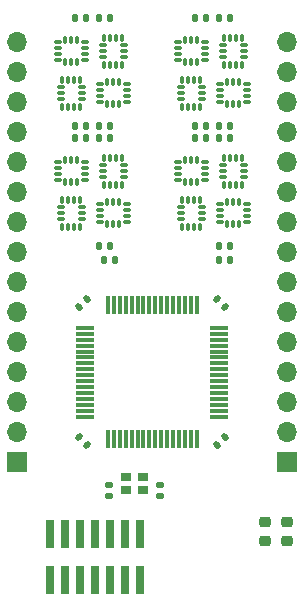
<source format=gbr>
%TF.GenerationSoftware,KiCad,Pcbnew,8.0.3-8.0.3-0~ubuntu22.04.1*%
%TF.CreationDate,2024-07-27T12:22:20+09:00*%
%TF.ProjectId,IMUModule_STM32,494d554d-6f64-4756-9c65-5f53544d3332,rev?*%
%TF.SameCoordinates,Original*%
%TF.FileFunction,Soldermask,Top*%
%TF.FilePolarity,Negative*%
%FSLAX46Y46*%
G04 Gerber Fmt 4.6, Leading zero omitted, Abs format (unit mm)*
G04 Created by KiCad (PCBNEW 8.0.3-8.0.3-0~ubuntu22.04.1) date 2024-07-27 12:22:20*
%MOMM*%
%LPD*%
G01*
G04 APERTURE LIST*
G04 Aperture macros list*
%AMRoundRect*
0 Rectangle with rounded corners*
0 $1 Rounding radius*
0 $2 $3 $4 $5 $6 $7 $8 $9 X,Y pos of 4 corners*
0 Add a 4 corners polygon primitive as box body*
4,1,4,$2,$3,$4,$5,$6,$7,$8,$9,$2,$3,0*
0 Add four circle primitives for the rounded corners*
1,1,$1+$1,$2,$3*
1,1,$1+$1,$4,$5*
1,1,$1+$1,$6,$7*
1,1,$1+$1,$8,$9*
0 Add four rect primitives between the rounded corners*
20,1,$1+$1,$2,$3,$4,$5,0*
20,1,$1+$1,$4,$5,$6,$7,0*
20,1,$1+$1,$6,$7,$8,$9,0*
20,1,$1+$1,$8,$9,$2,$3,0*%
G04 Aperture macros list end*
%ADD10RoundRect,0.087500X-0.225000X-0.087500X0.225000X-0.087500X0.225000X0.087500X-0.225000X0.087500X0*%
%ADD11RoundRect,0.087500X-0.087500X-0.225000X0.087500X-0.225000X0.087500X0.225000X-0.087500X0.225000X0*%
%ADD12RoundRect,0.140000X-0.140000X-0.170000X0.140000X-0.170000X0.140000X0.170000X-0.140000X0.170000X0*%
%ADD13RoundRect,0.140000X0.140000X0.170000X-0.140000X0.170000X-0.140000X-0.170000X0.140000X-0.170000X0*%
%ADD14R,0.900000X0.800000*%
%ADD15RoundRect,0.140000X-0.170000X0.140000X-0.170000X-0.140000X0.170000X-0.140000X0.170000X0.140000X0*%
%ADD16RoundRect,0.218750X0.256250X-0.218750X0.256250X0.218750X-0.256250X0.218750X-0.256250X-0.218750X0*%
%ADD17R,0.740000X2.400000*%
%ADD18RoundRect,0.087500X-0.087500X0.225000X-0.087500X-0.225000X0.087500X-0.225000X0.087500X0.225000X0*%
%ADD19RoundRect,0.087500X-0.225000X0.087500X-0.225000X-0.087500X0.225000X-0.087500X0.225000X0.087500X0*%
%ADD20RoundRect,0.075000X0.075000X-0.700000X0.075000X0.700000X-0.075000X0.700000X-0.075000X-0.700000X0*%
%ADD21RoundRect,0.075000X0.700000X-0.075000X0.700000X0.075000X-0.700000X0.075000X-0.700000X-0.075000X0*%
%ADD22RoundRect,0.087500X0.087500X-0.225000X0.087500X0.225000X-0.087500X0.225000X-0.087500X-0.225000X0*%
%ADD23RoundRect,0.087500X0.225000X-0.087500X0.225000X0.087500X-0.225000X0.087500X-0.225000X-0.087500X0*%
%ADD24RoundRect,0.087500X0.225000X0.087500X-0.225000X0.087500X-0.225000X-0.087500X0.225000X-0.087500X0*%
%ADD25RoundRect,0.087500X0.087500X0.225000X-0.087500X0.225000X-0.087500X-0.225000X0.087500X-0.225000X0*%
%ADD26RoundRect,0.140000X0.170000X-0.140000X0.170000X0.140000X-0.170000X0.140000X-0.170000X-0.140000X0*%
%ADD27RoundRect,0.140000X-0.219203X-0.021213X-0.021213X-0.219203X0.219203X0.021213X0.021213X0.219203X0*%
%ADD28RoundRect,0.140000X0.021213X-0.219203X0.219203X-0.021213X-0.021213X0.219203X-0.219203X0.021213X0*%
%ADD29R,1.700000X1.700000*%
%ADD30O,1.700000X1.700000*%
G04 APERTURE END LIST*
D10*
%TO.C,U5*%
X14839500Y-13982000D03*
X14839500Y-14482000D03*
X14839500Y-14982000D03*
X14839500Y-15482000D03*
D11*
X15502000Y-15644500D03*
X16002000Y-15644500D03*
X16502000Y-15644500D03*
D10*
X17164500Y-15482000D03*
X17164500Y-14982000D03*
X17164500Y-14482000D03*
X17164500Y-13982000D03*
D11*
X16502000Y-13819500D03*
X16002000Y-13819500D03*
X15502000Y-13819500D03*
%TD*%
D12*
%TO.C,C24*%
X6124000Y-11938000D03*
X7084000Y-11938000D03*
%TD*%
D13*
%TO.C,C26*%
X9116000Y-11938000D03*
X8156000Y-11938000D03*
%TD*%
D14*
%TO.C,Y1*%
X10476000Y-41698000D03*
X11876000Y-41698000D03*
X11876000Y-40598000D03*
X10476000Y-40598000D03*
%TD*%
D10*
%TO.C,U13*%
X4679500Y-3822000D03*
X4679500Y-4322000D03*
X4679500Y-4822000D03*
X4679500Y-5322000D03*
D11*
X5342000Y-5484500D03*
X5842000Y-5484500D03*
X6342000Y-5484500D03*
D10*
X7004500Y-5322000D03*
X7004500Y-4822000D03*
X7004500Y-4322000D03*
X7004500Y-3822000D03*
D11*
X6342000Y-3659500D03*
X5842000Y-3659500D03*
X5342000Y-3659500D03*
%TD*%
D10*
%TO.C,U1*%
X14839500Y-3822000D03*
X14839500Y-4322000D03*
X14839500Y-4822000D03*
X14839500Y-5322000D03*
D11*
X15502000Y-5484500D03*
X16002000Y-5484500D03*
X16502000Y-5484500D03*
D10*
X17164500Y-5322000D03*
X17164500Y-4822000D03*
X17164500Y-4322000D03*
X17164500Y-3822000D03*
D11*
X16502000Y-3659500D03*
X16002000Y-3659500D03*
X15502000Y-3659500D03*
%TD*%
D12*
%TO.C,C29*%
X6124000Y-10922000D03*
X7084000Y-10922000D03*
%TD*%
D15*
%TO.C,C1*%
X9017000Y-41303000D03*
X9017000Y-42263000D03*
%TD*%
D16*
%TO.C,D3*%
X22225000Y-45999500D03*
X22225000Y-44424500D03*
%TD*%
D13*
%TO.C,C31*%
X9116000Y-10922000D03*
X8156000Y-10922000D03*
%TD*%
D17*
%TO.C,J1*%
X4064000Y-49366000D03*
X4064000Y-45466000D03*
X5334000Y-49366000D03*
X5334000Y-45466000D03*
X6604000Y-49366000D03*
X6604000Y-45466000D03*
X7874000Y-49366000D03*
X7874000Y-45466000D03*
X9144000Y-49366000D03*
X9144000Y-45466000D03*
X10414000Y-49366000D03*
X10414000Y-45466000D03*
X11684000Y-49366000D03*
X11684000Y-45466000D03*
%TD*%
D13*
%TO.C,C21*%
X19276000Y-22225000D03*
X18316000Y-22225000D03*
%TD*%
D18*
%TO.C,U2*%
X20308000Y-3409500D03*
X19808000Y-3409500D03*
X19308000Y-3409500D03*
X18808000Y-3409500D03*
D19*
X18645500Y-4072000D03*
X18645500Y-4572000D03*
X18645500Y-5072000D03*
D18*
X18808000Y-5734500D03*
X19308000Y-5734500D03*
X19808000Y-5734500D03*
X20308000Y-5734500D03*
D19*
X20470500Y-5072000D03*
X20470500Y-4572000D03*
X20470500Y-4072000D03*
%TD*%
D12*
%TO.C,C28*%
X6124000Y-1778000D03*
X7084000Y-1778000D03*
%TD*%
%TO.C,C19*%
X16284000Y-10922000D03*
X17244000Y-10922000D03*
%TD*%
D20*
%TO.C,U33*%
X8950000Y-37425000D03*
X9450000Y-37425000D03*
X9950000Y-37425000D03*
X10450000Y-37425000D03*
X10950000Y-37425000D03*
X11450000Y-37425000D03*
X11950000Y-37425000D03*
X12450000Y-37425000D03*
X12950000Y-37425000D03*
X13450000Y-37425000D03*
X13950000Y-37425000D03*
X14450000Y-37425000D03*
X14950000Y-37425000D03*
X15450000Y-37425000D03*
X15950000Y-37425000D03*
X16450000Y-37425000D03*
D21*
X18375000Y-35500000D03*
X18375000Y-35000000D03*
X18375000Y-34500000D03*
X18375000Y-34000000D03*
X18375000Y-33500000D03*
X18375000Y-33000000D03*
X18375000Y-32500000D03*
X18375000Y-32000000D03*
X18375000Y-31500000D03*
X18375000Y-31000000D03*
X18375000Y-30500000D03*
X18375000Y-30000000D03*
X18375000Y-29500000D03*
X18375000Y-29000000D03*
X18375000Y-28500000D03*
X18375000Y-28000000D03*
D20*
X16450000Y-26075000D03*
X15950000Y-26075000D03*
X15450000Y-26075000D03*
X14950000Y-26075000D03*
X14450000Y-26075000D03*
X13950000Y-26075000D03*
X13450000Y-26075000D03*
X12950000Y-26075000D03*
X12450000Y-26075000D03*
X11950000Y-26075000D03*
X11450000Y-26075000D03*
X10950000Y-26075000D03*
X10450000Y-26075000D03*
X9950000Y-26075000D03*
X9450000Y-26075000D03*
X8950000Y-26075000D03*
D21*
X7025000Y-28000000D03*
X7025000Y-28500000D03*
X7025000Y-29000000D03*
X7025000Y-29500000D03*
X7025000Y-30000000D03*
X7025000Y-30500000D03*
X7025000Y-31000000D03*
X7025000Y-31500000D03*
X7025000Y-32000000D03*
X7025000Y-32500000D03*
X7025000Y-33000000D03*
X7025000Y-33500000D03*
X7025000Y-34000000D03*
X7025000Y-34500000D03*
X7025000Y-35000000D03*
X7025000Y-35500000D03*
%TD*%
D22*
%TO.C,U4*%
X15252000Y-9290500D03*
X15752000Y-9290500D03*
X16252000Y-9290500D03*
X16752000Y-9290500D03*
D23*
X16914500Y-8628000D03*
X16914500Y-8128000D03*
X16914500Y-7628000D03*
D22*
X16752000Y-6965500D03*
X16252000Y-6965500D03*
X15752000Y-6965500D03*
X15252000Y-6965500D03*
D23*
X15089500Y-7628000D03*
X15089500Y-8128000D03*
X15089500Y-8628000D03*
%TD*%
D18*
%TO.C,U12*%
X10148000Y-13569500D03*
X9648000Y-13569500D03*
X9148000Y-13569500D03*
X8648000Y-13569500D03*
D19*
X8485500Y-14232000D03*
X8485500Y-14732000D03*
X8485500Y-15232000D03*
D18*
X8648000Y-15894500D03*
X9148000Y-15894500D03*
X9648000Y-15894500D03*
X10148000Y-15894500D03*
D19*
X10310500Y-15232000D03*
X10310500Y-14732000D03*
X10310500Y-14232000D03*
%TD*%
D22*
%TO.C,U14*%
X5092000Y-9290500D03*
X5592000Y-9290500D03*
X6092000Y-9290500D03*
X6592000Y-9290500D03*
D23*
X6754500Y-8628000D03*
X6754500Y-8128000D03*
X6754500Y-7628000D03*
D22*
X6592000Y-6965500D03*
X6092000Y-6965500D03*
X5592000Y-6965500D03*
X5092000Y-6965500D03*
D23*
X4929500Y-7628000D03*
X4929500Y-8128000D03*
X4929500Y-8628000D03*
%TD*%
D24*
%TO.C,U15*%
X10560500Y-8878000D03*
X10560500Y-8378000D03*
X10560500Y-7878000D03*
X10560500Y-7378000D03*
D25*
X9898000Y-7215500D03*
X9398000Y-7215500D03*
X8898000Y-7215500D03*
D24*
X8235500Y-7378000D03*
X8235500Y-7878000D03*
X8235500Y-8378000D03*
X8235500Y-8878000D03*
D25*
X8898000Y-9040500D03*
X9398000Y-9040500D03*
X9898000Y-9040500D03*
%TD*%
D13*
%TO.C,C23*%
X19276000Y-21082000D03*
X18316000Y-21082000D03*
%TD*%
%TO.C,C15*%
X19276000Y-10922000D03*
X18316000Y-10922000D03*
%TD*%
D10*
%TO.C,U9*%
X4679500Y-13982000D03*
X4679500Y-14482000D03*
X4679500Y-14982000D03*
X4679500Y-15482000D03*
D11*
X5342000Y-15644500D03*
X5842000Y-15644500D03*
X6342000Y-15644500D03*
D10*
X7004500Y-15482000D03*
X7004500Y-14982000D03*
X7004500Y-14482000D03*
X7004500Y-13982000D03*
D11*
X6342000Y-13819500D03*
X5842000Y-13819500D03*
X5342000Y-13819500D03*
%TD*%
D12*
%TO.C,C20*%
X16284000Y-11938000D03*
X17244000Y-11938000D03*
%TD*%
D22*
%TO.C,U10*%
X5092000Y-19450500D03*
X5592000Y-19450500D03*
X6092000Y-19450500D03*
X6592000Y-19450500D03*
D23*
X6754500Y-18788000D03*
X6754500Y-18288000D03*
X6754500Y-17788000D03*
D22*
X6592000Y-17125500D03*
X6092000Y-17125500D03*
X5592000Y-17125500D03*
X5092000Y-17125500D03*
D23*
X4929500Y-17788000D03*
X4929500Y-18288000D03*
X4929500Y-18788000D03*
%TD*%
D24*
%TO.C,U11*%
X10560500Y-19038000D03*
X10560500Y-18538000D03*
X10560500Y-18038000D03*
X10560500Y-17538000D03*
D25*
X9898000Y-17375500D03*
X9398000Y-17375500D03*
X8898000Y-17375500D03*
D24*
X8235500Y-17538000D03*
X8235500Y-18038000D03*
X8235500Y-18538000D03*
X8235500Y-19038000D03*
D25*
X8898000Y-19200500D03*
X9398000Y-19200500D03*
X9898000Y-19200500D03*
%TD*%
D12*
%TO.C,C14*%
X16284000Y-1778000D03*
X17244000Y-1778000D03*
%TD*%
D24*
%TO.C,U7*%
X20720500Y-19038000D03*
X20720500Y-18538000D03*
X20720500Y-18038000D03*
X20720500Y-17538000D03*
D25*
X20058000Y-17375500D03*
X19558000Y-17375500D03*
X19058000Y-17375500D03*
D24*
X18395500Y-17538000D03*
X18395500Y-18038000D03*
X18395500Y-18538000D03*
X18395500Y-19038000D03*
D25*
X19058000Y-19200500D03*
X19558000Y-19200500D03*
X20058000Y-19200500D03*
%TD*%
D13*
%TO.C,C22*%
X19276000Y-11938000D03*
X18316000Y-11938000D03*
%TD*%
D26*
%TO.C,C2*%
X13335000Y-42263000D03*
X13335000Y-41303000D03*
%TD*%
D27*
%TO.C,C10*%
X18202589Y-25568589D03*
X18881411Y-26247411D03*
%TD*%
D16*
%TO.C,D2*%
X24130000Y-45999500D03*
X24130000Y-44424500D03*
%TD*%
D13*
%TO.C,C30*%
X9116000Y-1778000D03*
X8156000Y-1778000D03*
%TD*%
%TO.C,C27*%
X9144000Y-21082000D03*
X8184000Y-21082000D03*
%TD*%
D28*
%TO.C,C13*%
X18202589Y-37931411D03*
X18881411Y-37252589D03*
%TD*%
D13*
%TO.C,C25*%
X9573200Y-22250400D03*
X8613200Y-22250400D03*
%TD*%
D28*
%TO.C,C11*%
X6518589Y-26247411D03*
X7197411Y-25568589D03*
%TD*%
D18*
%TO.C,U16*%
X10148000Y-3409500D03*
X9648000Y-3409500D03*
X9148000Y-3409500D03*
X8648000Y-3409500D03*
D19*
X8485500Y-4072000D03*
X8485500Y-4572000D03*
X8485500Y-5072000D03*
D18*
X8648000Y-5734500D03*
X9148000Y-5734500D03*
X9648000Y-5734500D03*
X10148000Y-5734500D03*
D19*
X10310500Y-5072000D03*
X10310500Y-4572000D03*
X10310500Y-4072000D03*
%TD*%
D27*
%TO.C,C9*%
X6518589Y-37252589D03*
X7197411Y-37931411D03*
%TD*%
D13*
%TO.C,C18*%
X19276000Y-1778000D03*
X18316000Y-1778000D03*
%TD*%
D22*
%TO.C,U6*%
X15252000Y-19450500D03*
X15752000Y-19450500D03*
X16252000Y-19450500D03*
X16752000Y-19450500D03*
D23*
X16914500Y-18788000D03*
X16914500Y-18288000D03*
X16914500Y-17788000D03*
D22*
X16752000Y-17125500D03*
X16252000Y-17125500D03*
X15752000Y-17125500D03*
X15252000Y-17125500D03*
D23*
X15089500Y-17788000D03*
X15089500Y-18288000D03*
X15089500Y-18788000D03*
%TD*%
D18*
%TO.C,U8*%
X20308000Y-13569500D03*
X19808000Y-13569500D03*
X19308000Y-13569500D03*
X18808000Y-13569500D03*
D19*
X18645500Y-14232000D03*
X18645500Y-14732000D03*
X18645500Y-15232000D03*
D18*
X18808000Y-15894500D03*
X19308000Y-15894500D03*
X19808000Y-15894500D03*
X20308000Y-15894500D03*
D19*
X20470500Y-15232000D03*
X20470500Y-14732000D03*
X20470500Y-14232000D03*
%TD*%
D24*
%TO.C,U3*%
X20720500Y-8878000D03*
X20720500Y-8378000D03*
X20720500Y-7878000D03*
X20720500Y-7378000D03*
D25*
X20058000Y-7215500D03*
X19558000Y-7215500D03*
X19058000Y-7215500D03*
D24*
X18395500Y-7378000D03*
X18395500Y-7878000D03*
X18395500Y-8378000D03*
X18395500Y-8878000D03*
D25*
X19058000Y-9040500D03*
X19558000Y-9040500D03*
X20058000Y-9040500D03*
%TD*%
D29*
%TO.C,J3*%
X1270000Y-39370000D03*
D30*
X1270000Y-36830000D03*
X1270000Y-34290000D03*
X1270000Y-31750000D03*
X1270000Y-29210000D03*
X1270000Y-26670000D03*
X1270000Y-24130000D03*
X1270000Y-21590000D03*
X1270000Y-19050000D03*
X1270000Y-16510000D03*
X1270000Y-13970000D03*
X1270000Y-11430000D03*
X1270000Y-8890000D03*
X1270000Y-6350000D03*
X1270000Y-3810000D03*
%TD*%
D29*
%TO.C,J4*%
X24130000Y-39370000D03*
D30*
X24130000Y-36830000D03*
X24130000Y-34290000D03*
X24130000Y-31750000D03*
X24130000Y-29210000D03*
X24130000Y-26670000D03*
X24130000Y-24130000D03*
X24130000Y-21590000D03*
X24130000Y-19050000D03*
X24130000Y-16510000D03*
X24130000Y-13970000D03*
X24130000Y-11430000D03*
X24130000Y-8890000D03*
X24130000Y-6350000D03*
X24130000Y-3810000D03*
%TD*%
M02*

</source>
